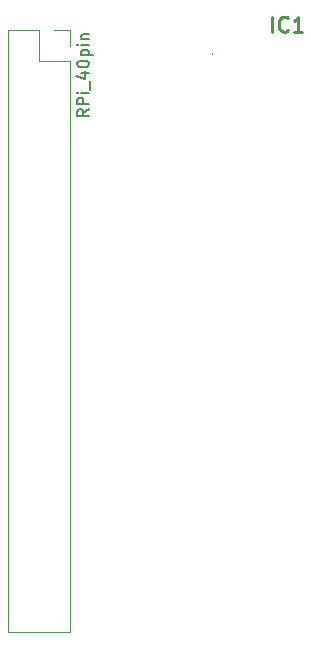
<source format=gbr>
%TF.GenerationSoftware,KiCad,Pcbnew,9.0.4-9.0.4-0~ubuntu22.04.1*%
%TF.CreationDate,2025-10-27T10:58:52+05:30*%
%TF.ProjectId,Pin_Socket,50696e5f-536f-4636-9b65-742e6b696361,rev?*%
%TF.SameCoordinates,Original*%
%TF.FileFunction,Legend,Top*%
%TF.FilePolarity,Positive*%
%FSLAX46Y46*%
G04 Gerber Fmt 4.6, Leading zero omitted, Abs format (unit mm)*
G04 Created by KiCad (PCBNEW 9.0.4-9.0.4-0~ubuntu22.04.1) date 2025-10-27 10:58:52*
%MOMM*%
%LPD*%
G01*
G04 APERTURE LIST*
%ADD10C,0.150000*%
%ADD11C,0.254000*%
%ADD12C,0.120000*%
%ADD13C,0.100000*%
G04 APERTURE END LIST*
D10*
X136732602Y-70654944D02*
X136256411Y-70988277D01*
X136732602Y-71226372D02*
X135732602Y-71226372D01*
X135732602Y-71226372D02*
X135732602Y-70845420D01*
X135732602Y-70845420D02*
X135780221Y-70750182D01*
X135780221Y-70750182D02*
X135827840Y-70702563D01*
X135827840Y-70702563D02*
X135923078Y-70654944D01*
X135923078Y-70654944D02*
X136065935Y-70654944D01*
X136065935Y-70654944D02*
X136161173Y-70702563D01*
X136161173Y-70702563D02*
X136208792Y-70750182D01*
X136208792Y-70750182D02*
X136256411Y-70845420D01*
X136256411Y-70845420D02*
X136256411Y-71226372D01*
X136732602Y-70226372D02*
X135732602Y-70226372D01*
X135732602Y-70226372D02*
X135732602Y-69845420D01*
X135732602Y-69845420D02*
X135780221Y-69750182D01*
X135780221Y-69750182D02*
X135827840Y-69702563D01*
X135827840Y-69702563D02*
X135923078Y-69654944D01*
X135923078Y-69654944D02*
X136065935Y-69654944D01*
X136065935Y-69654944D02*
X136161173Y-69702563D01*
X136161173Y-69702563D02*
X136208792Y-69750182D01*
X136208792Y-69750182D02*
X136256411Y-69845420D01*
X136256411Y-69845420D02*
X136256411Y-70226372D01*
X136732602Y-69226372D02*
X136065935Y-69226372D01*
X135732602Y-69226372D02*
X135780221Y-69273991D01*
X135780221Y-69273991D02*
X135827840Y-69226372D01*
X135827840Y-69226372D02*
X135780221Y-69178753D01*
X135780221Y-69178753D02*
X135732602Y-69226372D01*
X135732602Y-69226372D02*
X135827840Y-69226372D01*
X136827840Y-68988278D02*
X136827840Y-68226373D01*
X136065935Y-67559706D02*
X136732602Y-67559706D01*
X135684983Y-67797801D02*
X136399268Y-68035896D01*
X136399268Y-68035896D02*
X136399268Y-67416849D01*
X135732602Y-66845420D02*
X135732602Y-66750182D01*
X135732602Y-66750182D02*
X135780221Y-66654944D01*
X135780221Y-66654944D02*
X135827840Y-66607325D01*
X135827840Y-66607325D02*
X135923078Y-66559706D01*
X135923078Y-66559706D02*
X136113554Y-66512087D01*
X136113554Y-66512087D02*
X136351649Y-66512087D01*
X136351649Y-66512087D02*
X136542125Y-66559706D01*
X136542125Y-66559706D02*
X136637363Y-66607325D01*
X136637363Y-66607325D02*
X136684983Y-66654944D01*
X136684983Y-66654944D02*
X136732602Y-66750182D01*
X136732602Y-66750182D02*
X136732602Y-66845420D01*
X136732602Y-66845420D02*
X136684983Y-66940658D01*
X136684983Y-66940658D02*
X136637363Y-66988277D01*
X136637363Y-66988277D02*
X136542125Y-67035896D01*
X136542125Y-67035896D02*
X136351649Y-67083515D01*
X136351649Y-67083515D02*
X136113554Y-67083515D01*
X136113554Y-67083515D02*
X135923078Y-67035896D01*
X135923078Y-67035896D02*
X135827840Y-66988277D01*
X135827840Y-66988277D02*
X135780221Y-66940658D01*
X135780221Y-66940658D02*
X135732602Y-66845420D01*
X136065935Y-66083515D02*
X137065935Y-66083515D01*
X136113554Y-66083515D02*
X136065935Y-65988277D01*
X136065935Y-65988277D02*
X136065935Y-65797801D01*
X136065935Y-65797801D02*
X136113554Y-65702563D01*
X136113554Y-65702563D02*
X136161173Y-65654944D01*
X136161173Y-65654944D02*
X136256411Y-65607325D01*
X136256411Y-65607325D02*
X136542125Y-65607325D01*
X136542125Y-65607325D02*
X136637363Y-65654944D01*
X136637363Y-65654944D02*
X136684983Y-65702563D01*
X136684983Y-65702563D02*
X136732602Y-65797801D01*
X136732602Y-65797801D02*
X136732602Y-65988277D01*
X136732602Y-65988277D02*
X136684983Y-66083515D01*
X136732602Y-65178753D02*
X136065935Y-65178753D01*
X135732602Y-65178753D02*
X135780221Y-65226372D01*
X135780221Y-65226372D02*
X135827840Y-65178753D01*
X135827840Y-65178753D02*
X135780221Y-65131134D01*
X135780221Y-65131134D02*
X135732602Y-65178753D01*
X135732602Y-65178753D02*
X135827840Y-65178753D01*
X136065935Y-64702563D02*
X136732602Y-64702563D01*
X136161173Y-64702563D02*
X136113554Y-64654944D01*
X136113554Y-64654944D02*
X136065935Y-64559706D01*
X136065935Y-64559706D02*
X136065935Y-64416849D01*
X136065935Y-64416849D02*
X136113554Y-64321611D01*
X136113554Y-64321611D02*
X136208792Y-64273992D01*
X136208792Y-64273992D02*
X136732602Y-64273992D01*
D11*
X152260237Y-64074318D02*
X152260237Y-62804318D01*
X153590714Y-63953365D02*
X153530238Y-64013842D01*
X153530238Y-64013842D02*
X153348809Y-64074318D01*
X153348809Y-64074318D02*
X153227857Y-64074318D01*
X153227857Y-64074318D02*
X153046428Y-64013842D01*
X153046428Y-64013842D02*
X152925476Y-63892889D01*
X152925476Y-63892889D02*
X152864999Y-63771937D01*
X152864999Y-63771937D02*
X152804523Y-63530032D01*
X152804523Y-63530032D02*
X152804523Y-63348603D01*
X152804523Y-63348603D02*
X152864999Y-63106699D01*
X152864999Y-63106699D02*
X152925476Y-62985746D01*
X152925476Y-62985746D02*
X153046428Y-62864794D01*
X153046428Y-62864794D02*
X153227857Y-62804318D01*
X153227857Y-62804318D02*
X153348809Y-62804318D01*
X153348809Y-62804318D02*
X153530238Y-62864794D01*
X153530238Y-62864794D02*
X153590714Y-62925270D01*
X154800238Y-64074318D02*
X154074523Y-64074318D01*
X154437380Y-64074318D02*
X154437380Y-62804318D01*
X154437380Y-62804318D02*
X154316428Y-62985746D01*
X154316428Y-62985746D02*
X154195476Y-63106699D01*
X154195476Y-63106699D02*
X154074523Y-63167175D01*
D12*
%TO.C,J1*%
X129900000Y-63964200D02*
X129900000Y-114884200D01*
X129900000Y-63964200D02*
X132500000Y-63964200D01*
X129900000Y-114884200D02*
X135100000Y-114884200D01*
X132500000Y-63964200D02*
X132500000Y-66564200D01*
X132500000Y-66564200D02*
X135100000Y-66564200D01*
X133770000Y-63964200D02*
X135100000Y-63964200D01*
X135100000Y-63964200D02*
X135100000Y-65294200D01*
X135100000Y-66564200D02*
X135100000Y-114884200D01*
D13*
%TO.C,IC1*%
X147199800Y-65891100D02*
X147199800Y-65891100D01*
X147199800Y-65991100D02*
X147199800Y-65991100D01*
X147199800Y-65891100D02*
G75*
G02*
X147199800Y-65991100I0J-50000D01*
G01*
X147199800Y-65991100D02*
G75*
G02*
X147199800Y-65891100I0J50000D01*
G01*
%TD*%
M02*

</source>
